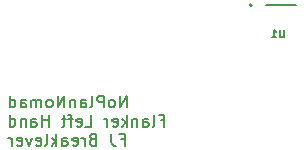
<source format=gbo>
%TF.GenerationSoftware,KiCad,Pcbnew,7.0.6*%
%TF.CreationDate,2023-07-13T14:43:26+02:00*%
%TF.ProjectId,LH_BreakLever_FreeJoy,4c485f42-7265-4616-9b4c-657665725f46,rev?*%
%TF.SameCoordinates,Original*%
%TF.FileFunction,Legend,Bot*%
%TF.FilePolarity,Positive*%
%FSLAX46Y46*%
G04 Gerber Fmt 4.6, Leading zero omitted, Abs format (unit mm)*
G04 Created by KiCad (PCBNEW 7.0.6) date 2023-07-13 14:43:26*
%MOMM*%
%LPD*%
G01*
G04 APERTURE LIST*
G04 Aperture macros list*
%AMRoundRect*
0 Rectangle with rounded corners*
0 $1 Rounding radius*
0 $2 $3 $4 $5 $6 $7 $8 $9 X,Y pos of 4 corners*
0 Add a 4 corners polygon primitive as box body*
4,1,4,$2,$3,$4,$5,$6,$7,$8,$9,$2,$3,0*
0 Add four circle primitives for the rounded corners*
1,1,$1+$1,$2,$3*
1,1,$1+$1,$4,$5*
1,1,$1+$1,$6,$7*
1,1,$1+$1,$8,$9*
0 Add four rect primitives between the rounded corners*
20,1,$1+$1,$2,$3,$4,$5,0*
20,1,$1+$1,$4,$5,$6,$7,0*
20,1,$1+$1,$6,$7,$8,$9,0*
20,1,$1+$1,$8,$9,$2,$3,0*%
G04 Aperture macros list end*
%ADD10C,0.150000*%
%ADD11C,0.127000*%
%ADD12C,0.200000*%
%ADD13C,2.200000*%
%ADD14R,1.030000X1.030000*%
%ADD15C,1.030000*%
%ADD16RoundRect,0.250000X0.725000X-0.600000X0.725000X0.600000X-0.725000X0.600000X-0.725000X-0.600000X0*%
%ADD17O,1.950000X1.700000*%
G04 APERTURE END LIST*
D10*
X53001541Y-32729819D02*
X53001541Y-31729819D01*
X53001541Y-31729819D02*
X52430113Y-32729819D01*
X52430113Y-32729819D02*
X52430113Y-31729819D01*
X51811065Y-32729819D02*
X51906303Y-32682200D01*
X51906303Y-32682200D02*
X51953922Y-32634580D01*
X51953922Y-32634580D02*
X52001541Y-32539342D01*
X52001541Y-32539342D02*
X52001541Y-32253628D01*
X52001541Y-32253628D02*
X51953922Y-32158390D01*
X51953922Y-32158390D02*
X51906303Y-32110771D01*
X51906303Y-32110771D02*
X51811065Y-32063152D01*
X51811065Y-32063152D02*
X51668208Y-32063152D01*
X51668208Y-32063152D02*
X51572970Y-32110771D01*
X51572970Y-32110771D02*
X51525351Y-32158390D01*
X51525351Y-32158390D02*
X51477732Y-32253628D01*
X51477732Y-32253628D02*
X51477732Y-32539342D01*
X51477732Y-32539342D02*
X51525351Y-32634580D01*
X51525351Y-32634580D02*
X51572970Y-32682200D01*
X51572970Y-32682200D02*
X51668208Y-32729819D01*
X51668208Y-32729819D02*
X51811065Y-32729819D01*
X51049160Y-32729819D02*
X51049160Y-31729819D01*
X51049160Y-31729819D02*
X50668208Y-31729819D01*
X50668208Y-31729819D02*
X50572970Y-31777438D01*
X50572970Y-31777438D02*
X50525351Y-31825057D01*
X50525351Y-31825057D02*
X50477732Y-31920295D01*
X50477732Y-31920295D02*
X50477732Y-32063152D01*
X50477732Y-32063152D02*
X50525351Y-32158390D01*
X50525351Y-32158390D02*
X50572970Y-32206009D01*
X50572970Y-32206009D02*
X50668208Y-32253628D01*
X50668208Y-32253628D02*
X51049160Y-32253628D01*
X49906303Y-32729819D02*
X50001541Y-32682200D01*
X50001541Y-32682200D02*
X50049160Y-32586961D01*
X50049160Y-32586961D02*
X50049160Y-31729819D01*
X49096779Y-32729819D02*
X49096779Y-32206009D01*
X49096779Y-32206009D02*
X49144398Y-32110771D01*
X49144398Y-32110771D02*
X49239636Y-32063152D01*
X49239636Y-32063152D02*
X49430112Y-32063152D01*
X49430112Y-32063152D02*
X49525350Y-32110771D01*
X49096779Y-32682200D02*
X49192017Y-32729819D01*
X49192017Y-32729819D02*
X49430112Y-32729819D01*
X49430112Y-32729819D02*
X49525350Y-32682200D01*
X49525350Y-32682200D02*
X49572969Y-32586961D01*
X49572969Y-32586961D02*
X49572969Y-32491723D01*
X49572969Y-32491723D02*
X49525350Y-32396485D01*
X49525350Y-32396485D02*
X49430112Y-32348866D01*
X49430112Y-32348866D02*
X49192017Y-32348866D01*
X49192017Y-32348866D02*
X49096779Y-32301247D01*
X48620588Y-32063152D02*
X48620588Y-32729819D01*
X48620588Y-32158390D02*
X48572969Y-32110771D01*
X48572969Y-32110771D02*
X48477731Y-32063152D01*
X48477731Y-32063152D02*
X48334874Y-32063152D01*
X48334874Y-32063152D02*
X48239636Y-32110771D01*
X48239636Y-32110771D02*
X48192017Y-32206009D01*
X48192017Y-32206009D02*
X48192017Y-32729819D01*
X47715826Y-32729819D02*
X47715826Y-31729819D01*
X47715826Y-31729819D02*
X47144398Y-32729819D01*
X47144398Y-32729819D02*
X47144398Y-31729819D01*
X46525350Y-32729819D02*
X46620588Y-32682200D01*
X46620588Y-32682200D02*
X46668207Y-32634580D01*
X46668207Y-32634580D02*
X46715826Y-32539342D01*
X46715826Y-32539342D02*
X46715826Y-32253628D01*
X46715826Y-32253628D02*
X46668207Y-32158390D01*
X46668207Y-32158390D02*
X46620588Y-32110771D01*
X46620588Y-32110771D02*
X46525350Y-32063152D01*
X46525350Y-32063152D02*
X46382493Y-32063152D01*
X46382493Y-32063152D02*
X46287255Y-32110771D01*
X46287255Y-32110771D02*
X46239636Y-32158390D01*
X46239636Y-32158390D02*
X46192017Y-32253628D01*
X46192017Y-32253628D02*
X46192017Y-32539342D01*
X46192017Y-32539342D02*
X46239636Y-32634580D01*
X46239636Y-32634580D02*
X46287255Y-32682200D01*
X46287255Y-32682200D02*
X46382493Y-32729819D01*
X46382493Y-32729819D02*
X46525350Y-32729819D01*
X45763445Y-32729819D02*
X45763445Y-32063152D01*
X45763445Y-32158390D02*
X45715826Y-32110771D01*
X45715826Y-32110771D02*
X45620588Y-32063152D01*
X45620588Y-32063152D02*
X45477731Y-32063152D01*
X45477731Y-32063152D02*
X45382493Y-32110771D01*
X45382493Y-32110771D02*
X45334874Y-32206009D01*
X45334874Y-32206009D02*
X45334874Y-32729819D01*
X45334874Y-32206009D02*
X45287255Y-32110771D01*
X45287255Y-32110771D02*
X45192017Y-32063152D01*
X45192017Y-32063152D02*
X45049160Y-32063152D01*
X45049160Y-32063152D02*
X44953921Y-32110771D01*
X44953921Y-32110771D02*
X44906302Y-32206009D01*
X44906302Y-32206009D02*
X44906302Y-32729819D01*
X44001541Y-32729819D02*
X44001541Y-32206009D01*
X44001541Y-32206009D02*
X44049160Y-32110771D01*
X44049160Y-32110771D02*
X44144398Y-32063152D01*
X44144398Y-32063152D02*
X44334874Y-32063152D01*
X44334874Y-32063152D02*
X44430112Y-32110771D01*
X44001541Y-32682200D02*
X44096779Y-32729819D01*
X44096779Y-32729819D02*
X44334874Y-32729819D01*
X44334874Y-32729819D02*
X44430112Y-32682200D01*
X44430112Y-32682200D02*
X44477731Y-32586961D01*
X44477731Y-32586961D02*
X44477731Y-32491723D01*
X44477731Y-32491723D02*
X44430112Y-32396485D01*
X44430112Y-32396485D02*
X44334874Y-32348866D01*
X44334874Y-32348866D02*
X44096779Y-32348866D01*
X44096779Y-32348866D02*
X44001541Y-32301247D01*
X43096779Y-32729819D02*
X43096779Y-31729819D01*
X43096779Y-32682200D02*
X43192017Y-32729819D01*
X43192017Y-32729819D02*
X43382493Y-32729819D01*
X43382493Y-32729819D02*
X43477731Y-32682200D01*
X43477731Y-32682200D02*
X43525350Y-32634580D01*
X43525350Y-32634580D02*
X43572969Y-32539342D01*
X43572969Y-32539342D02*
X43572969Y-32253628D01*
X43572969Y-32253628D02*
X43525350Y-32158390D01*
X43525350Y-32158390D02*
X43477731Y-32110771D01*
X43477731Y-32110771D02*
X43382493Y-32063152D01*
X43382493Y-32063152D02*
X43192017Y-32063152D01*
X43192017Y-32063152D02*
X43096779Y-32110771D01*
X55858687Y-33816009D02*
X56192020Y-33816009D01*
X56192020Y-34339819D02*
X56192020Y-33339819D01*
X56192020Y-33339819D02*
X55715830Y-33339819D01*
X55192020Y-34339819D02*
X55287258Y-34292200D01*
X55287258Y-34292200D02*
X55334877Y-34196961D01*
X55334877Y-34196961D02*
X55334877Y-33339819D01*
X54382496Y-34339819D02*
X54382496Y-33816009D01*
X54382496Y-33816009D02*
X54430115Y-33720771D01*
X54430115Y-33720771D02*
X54525353Y-33673152D01*
X54525353Y-33673152D02*
X54715829Y-33673152D01*
X54715829Y-33673152D02*
X54811067Y-33720771D01*
X54382496Y-34292200D02*
X54477734Y-34339819D01*
X54477734Y-34339819D02*
X54715829Y-34339819D01*
X54715829Y-34339819D02*
X54811067Y-34292200D01*
X54811067Y-34292200D02*
X54858686Y-34196961D01*
X54858686Y-34196961D02*
X54858686Y-34101723D01*
X54858686Y-34101723D02*
X54811067Y-34006485D01*
X54811067Y-34006485D02*
X54715829Y-33958866D01*
X54715829Y-33958866D02*
X54477734Y-33958866D01*
X54477734Y-33958866D02*
X54382496Y-33911247D01*
X53906305Y-33673152D02*
X53906305Y-34339819D01*
X53906305Y-33768390D02*
X53858686Y-33720771D01*
X53858686Y-33720771D02*
X53763448Y-33673152D01*
X53763448Y-33673152D02*
X53620591Y-33673152D01*
X53620591Y-33673152D02*
X53525353Y-33720771D01*
X53525353Y-33720771D02*
X53477734Y-33816009D01*
X53477734Y-33816009D02*
X53477734Y-34339819D01*
X53001543Y-34339819D02*
X53001543Y-33339819D01*
X52906305Y-33958866D02*
X52620591Y-34339819D01*
X52620591Y-33673152D02*
X53001543Y-34054104D01*
X51811067Y-34292200D02*
X51906305Y-34339819D01*
X51906305Y-34339819D02*
X52096781Y-34339819D01*
X52096781Y-34339819D02*
X52192019Y-34292200D01*
X52192019Y-34292200D02*
X52239638Y-34196961D01*
X52239638Y-34196961D02*
X52239638Y-33816009D01*
X52239638Y-33816009D02*
X52192019Y-33720771D01*
X52192019Y-33720771D02*
X52096781Y-33673152D01*
X52096781Y-33673152D02*
X51906305Y-33673152D01*
X51906305Y-33673152D02*
X51811067Y-33720771D01*
X51811067Y-33720771D02*
X51763448Y-33816009D01*
X51763448Y-33816009D02*
X51763448Y-33911247D01*
X51763448Y-33911247D02*
X52239638Y-34006485D01*
X51334876Y-34339819D02*
X51334876Y-33673152D01*
X51334876Y-33863628D02*
X51287257Y-33768390D01*
X51287257Y-33768390D02*
X51239638Y-33720771D01*
X51239638Y-33720771D02*
X51144400Y-33673152D01*
X51144400Y-33673152D02*
X51049162Y-33673152D01*
X49477733Y-34339819D02*
X49953923Y-34339819D01*
X49953923Y-34339819D02*
X49953923Y-33339819D01*
X48763447Y-34292200D02*
X48858685Y-34339819D01*
X48858685Y-34339819D02*
X49049161Y-34339819D01*
X49049161Y-34339819D02*
X49144399Y-34292200D01*
X49144399Y-34292200D02*
X49192018Y-34196961D01*
X49192018Y-34196961D02*
X49192018Y-33816009D01*
X49192018Y-33816009D02*
X49144399Y-33720771D01*
X49144399Y-33720771D02*
X49049161Y-33673152D01*
X49049161Y-33673152D02*
X48858685Y-33673152D01*
X48858685Y-33673152D02*
X48763447Y-33720771D01*
X48763447Y-33720771D02*
X48715828Y-33816009D01*
X48715828Y-33816009D02*
X48715828Y-33911247D01*
X48715828Y-33911247D02*
X49192018Y-34006485D01*
X48430113Y-33673152D02*
X48049161Y-33673152D01*
X48287256Y-34339819D02*
X48287256Y-33482676D01*
X48287256Y-33482676D02*
X48239637Y-33387438D01*
X48239637Y-33387438D02*
X48144399Y-33339819D01*
X48144399Y-33339819D02*
X48049161Y-33339819D01*
X47858684Y-33673152D02*
X47477732Y-33673152D01*
X47715827Y-33339819D02*
X47715827Y-34196961D01*
X47715827Y-34196961D02*
X47668208Y-34292200D01*
X47668208Y-34292200D02*
X47572970Y-34339819D01*
X47572970Y-34339819D02*
X47477732Y-34339819D01*
X46382493Y-34339819D02*
X46382493Y-33339819D01*
X46382493Y-33816009D02*
X45811065Y-33816009D01*
X45811065Y-34339819D02*
X45811065Y-33339819D01*
X44906303Y-34339819D02*
X44906303Y-33816009D01*
X44906303Y-33816009D02*
X44953922Y-33720771D01*
X44953922Y-33720771D02*
X45049160Y-33673152D01*
X45049160Y-33673152D02*
X45239636Y-33673152D01*
X45239636Y-33673152D02*
X45334874Y-33720771D01*
X44906303Y-34292200D02*
X45001541Y-34339819D01*
X45001541Y-34339819D02*
X45239636Y-34339819D01*
X45239636Y-34339819D02*
X45334874Y-34292200D01*
X45334874Y-34292200D02*
X45382493Y-34196961D01*
X45382493Y-34196961D02*
X45382493Y-34101723D01*
X45382493Y-34101723D02*
X45334874Y-34006485D01*
X45334874Y-34006485D02*
X45239636Y-33958866D01*
X45239636Y-33958866D02*
X45001541Y-33958866D01*
X45001541Y-33958866D02*
X44906303Y-33911247D01*
X44430112Y-33673152D02*
X44430112Y-34339819D01*
X44430112Y-33768390D02*
X44382493Y-33720771D01*
X44382493Y-33720771D02*
X44287255Y-33673152D01*
X44287255Y-33673152D02*
X44144398Y-33673152D01*
X44144398Y-33673152D02*
X44049160Y-33720771D01*
X44049160Y-33720771D02*
X44001541Y-33816009D01*
X44001541Y-33816009D02*
X44001541Y-34339819D01*
X43096779Y-34339819D02*
X43096779Y-33339819D01*
X43096779Y-34292200D02*
X43192017Y-34339819D01*
X43192017Y-34339819D02*
X43382493Y-34339819D01*
X43382493Y-34339819D02*
X43477731Y-34292200D01*
X43477731Y-34292200D02*
X43525350Y-34244580D01*
X43525350Y-34244580D02*
X43572969Y-34149342D01*
X43572969Y-34149342D02*
X43572969Y-33863628D01*
X43572969Y-33863628D02*
X43525350Y-33768390D01*
X43525350Y-33768390D02*
X43477731Y-33720771D01*
X43477731Y-33720771D02*
X43382493Y-33673152D01*
X43382493Y-33673152D02*
X43192017Y-33673152D01*
X43192017Y-33673152D02*
X43096779Y-33720771D01*
X52477734Y-35426009D02*
X52811067Y-35426009D01*
X52811067Y-35949819D02*
X52811067Y-34949819D01*
X52811067Y-34949819D02*
X52334877Y-34949819D01*
X51668210Y-34949819D02*
X51668210Y-35664104D01*
X51668210Y-35664104D02*
X51715829Y-35806961D01*
X51715829Y-35806961D02*
X51811067Y-35902200D01*
X51811067Y-35902200D02*
X51953924Y-35949819D01*
X51953924Y-35949819D02*
X52049162Y-35949819D01*
X50096781Y-35426009D02*
X49953924Y-35473628D01*
X49953924Y-35473628D02*
X49906305Y-35521247D01*
X49906305Y-35521247D02*
X49858686Y-35616485D01*
X49858686Y-35616485D02*
X49858686Y-35759342D01*
X49858686Y-35759342D02*
X49906305Y-35854580D01*
X49906305Y-35854580D02*
X49953924Y-35902200D01*
X49953924Y-35902200D02*
X50049162Y-35949819D01*
X50049162Y-35949819D02*
X50430114Y-35949819D01*
X50430114Y-35949819D02*
X50430114Y-34949819D01*
X50430114Y-34949819D02*
X50096781Y-34949819D01*
X50096781Y-34949819D02*
X50001543Y-34997438D01*
X50001543Y-34997438D02*
X49953924Y-35045057D01*
X49953924Y-35045057D02*
X49906305Y-35140295D01*
X49906305Y-35140295D02*
X49906305Y-35235533D01*
X49906305Y-35235533D02*
X49953924Y-35330771D01*
X49953924Y-35330771D02*
X50001543Y-35378390D01*
X50001543Y-35378390D02*
X50096781Y-35426009D01*
X50096781Y-35426009D02*
X50430114Y-35426009D01*
X49430114Y-35949819D02*
X49430114Y-35283152D01*
X49430114Y-35473628D02*
X49382495Y-35378390D01*
X49382495Y-35378390D02*
X49334876Y-35330771D01*
X49334876Y-35330771D02*
X49239638Y-35283152D01*
X49239638Y-35283152D02*
X49144400Y-35283152D01*
X48430114Y-35902200D02*
X48525352Y-35949819D01*
X48525352Y-35949819D02*
X48715828Y-35949819D01*
X48715828Y-35949819D02*
X48811066Y-35902200D01*
X48811066Y-35902200D02*
X48858685Y-35806961D01*
X48858685Y-35806961D02*
X48858685Y-35426009D01*
X48858685Y-35426009D02*
X48811066Y-35330771D01*
X48811066Y-35330771D02*
X48715828Y-35283152D01*
X48715828Y-35283152D02*
X48525352Y-35283152D01*
X48525352Y-35283152D02*
X48430114Y-35330771D01*
X48430114Y-35330771D02*
X48382495Y-35426009D01*
X48382495Y-35426009D02*
X48382495Y-35521247D01*
X48382495Y-35521247D02*
X48858685Y-35616485D01*
X47525352Y-35949819D02*
X47525352Y-35426009D01*
X47525352Y-35426009D02*
X47572971Y-35330771D01*
X47572971Y-35330771D02*
X47668209Y-35283152D01*
X47668209Y-35283152D02*
X47858685Y-35283152D01*
X47858685Y-35283152D02*
X47953923Y-35330771D01*
X47525352Y-35902200D02*
X47620590Y-35949819D01*
X47620590Y-35949819D02*
X47858685Y-35949819D01*
X47858685Y-35949819D02*
X47953923Y-35902200D01*
X47953923Y-35902200D02*
X48001542Y-35806961D01*
X48001542Y-35806961D02*
X48001542Y-35711723D01*
X48001542Y-35711723D02*
X47953923Y-35616485D01*
X47953923Y-35616485D02*
X47858685Y-35568866D01*
X47858685Y-35568866D02*
X47620590Y-35568866D01*
X47620590Y-35568866D02*
X47525352Y-35521247D01*
X47049161Y-35949819D02*
X47049161Y-34949819D01*
X46953923Y-35568866D02*
X46668209Y-35949819D01*
X46668209Y-35283152D02*
X47049161Y-35664104D01*
X46096780Y-35949819D02*
X46192018Y-35902200D01*
X46192018Y-35902200D02*
X46239637Y-35806961D01*
X46239637Y-35806961D02*
X46239637Y-34949819D01*
X45334875Y-35902200D02*
X45430113Y-35949819D01*
X45430113Y-35949819D02*
X45620589Y-35949819D01*
X45620589Y-35949819D02*
X45715827Y-35902200D01*
X45715827Y-35902200D02*
X45763446Y-35806961D01*
X45763446Y-35806961D02*
X45763446Y-35426009D01*
X45763446Y-35426009D02*
X45715827Y-35330771D01*
X45715827Y-35330771D02*
X45620589Y-35283152D01*
X45620589Y-35283152D02*
X45430113Y-35283152D01*
X45430113Y-35283152D02*
X45334875Y-35330771D01*
X45334875Y-35330771D02*
X45287256Y-35426009D01*
X45287256Y-35426009D02*
X45287256Y-35521247D01*
X45287256Y-35521247D02*
X45763446Y-35616485D01*
X44953922Y-35283152D02*
X44715827Y-35949819D01*
X44715827Y-35949819D02*
X44477732Y-35283152D01*
X43715827Y-35902200D02*
X43811065Y-35949819D01*
X43811065Y-35949819D02*
X44001541Y-35949819D01*
X44001541Y-35949819D02*
X44096779Y-35902200D01*
X44096779Y-35902200D02*
X44144398Y-35806961D01*
X44144398Y-35806961D02*
X44144398Y-35426009D01*
X44144398Y-35426009D02*
X44096779Y-35330771D01*
X44096779Y-35330771D02*
X44001541Y-35283152D01*
X44001541Y-35283152D02*
X43811065Y-35283152D01*
X43811065Y-35283152D02*
X43715827Y-35330771D01*
X43715827Y-35330771D02*
X43668208Y-35426009D01*
X43668208Y-35426009D02*
X43668208Y-35521247D01*
X43668208Y-35521247D02*
X44144398Y-35616485D01*
X43239636Y-35949819D02*
X43239636Y-35283152D01*
X43239636Y-35473628D02*
X43192017Y-35378390D01*
X43192017Y-35378390D02*
X43144398Y-35330771D01*
X43144398Y-35330771D02*
X43049160Y-35283152D01*
X43049160Y-35283152D02*
X42953922Y-35283152D01*
X66309619Y-26154677D02*
X66309619Y-26672772D01*
X66309619Y-26672772D02*
X66279142Y-26733724D01*
X66279142Y-26733724D02*
X66248666Y-26764201D01*
X66248666Y-26764201D02*
X66187714Y-26794677D01*
X66187714Y-26794677D02*
X66065809Y-26794677D01*
X66065809Y-26794677D02*
X66004857Y-26764201D01*
X66004857Y-26764201D02*
X65974380Y-26733724D01*
X65974380Y-26733724D02*
X65943904Y-26672772D01*
X65943904Y-26672772D02*
X65943904Y-26154677D01*
X65303904Y-26794677D02*
X65669619Y-26794677D01*
X65486762Y-26794677D02*
X65486762Y-26154677D01*
X65486762Y-26154677D02*
X65547714Y-26246105D01*
X65547714Y-26246105D02*
X65608666Y-26307058D01*
X65608666Y-26307058D02*
X65669619Y-26337534D01*
D11*
X64820000Y-24080001D02*
X67320000Y-24080001D01*
D12*
X63590000Y-24090001D02*
G75*
G03*
X63590000Y-24090001I-100000J0D01*
G01*
%LPC*%
D13*
X60070000Y-32900001D03*
X66070000Y-29900001D03*
D14*
X63570000Y-25030001D03*
D15*
X66070000Y-25030001D03*
X68570000Y-25030001D03*
D16*
X39080000Y-33790000D03*
D17*
X39080000Y-31290000D03*
X39080000Y-28790000D03*
X39080000Y-26290000D03*
X39080000Y-23790000D03*
%LPD*%
M02*

</source>
